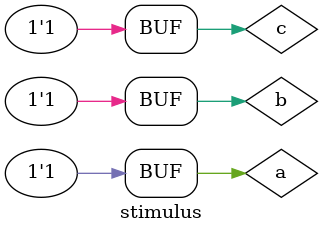
<source format=v>
module fulladd(sum,cout,yxor,yxnor,yand,yor,a,b,c);
output sum,cout,yxor,yxnor,yand,yor;
input a,b,c;
assign sum = a^b^c;
assign cout = (a&b)|(b&c)|(c&a);
assign yxor = a^b^c;
assign yxnor = ~(a^b^c);
assign yand = a&b&c;
assign yor = a|b|c;
endmodule
// Test bench module
module stimulus();
wire sum,cout,yxor,yxnor,yand,yor;
reg a,b,c;
fulladd g(sum,cout,yxor,yxnor,yand,yor,a,b,c);
task display;
begin
$display (" a= ",a," b= ",b, "c=",c,"sum = " ,sum, "cout =", cout,
" yxor= ",yxor," yxnor= ",yxnor, "yand = ",yand, " yor = ",yor);
end
endtask
initial
begin
a=1'b0;b=1'b0;c=1'b0;#5;display;
a=1'b0;b=1'b0;c=1'b1;#5;display;
a=1'b1;b=1'b1;c=1'b0;#5;display;
a=1'b1;b=1'b1;c=1'b1;#5;display;
a=1'b1;b=1'b0;c=1'b0;#5;display;
a=1'b1;b=1'b0;c=1'b1;#5;display;
a=1'b1;b=1'b1;c=1'b0;#5;display;
a=1'b1;b=1'b1;c=1'b1;#5;display;
end
endmodule

</source>
